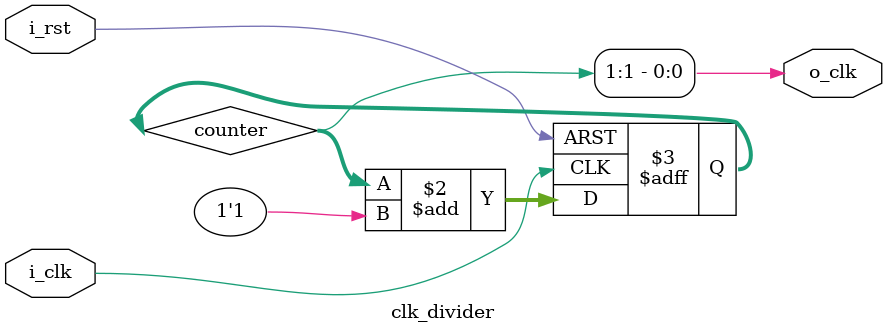
<source format=v>
module clk_divider
#( parameter DIVIDER_CNT_WIDTH = 2 )
( input  i_clk,
  input  i_rst,
  output o_clk );
//Fout = Fin / 2 ** DIVIDER_CNT_WIDTH
reg [DIVIDER_CNT_WIDTH - 1:0] counter;
assign o_clk = counter[DIVIDER_CNT_WIDTH - 1];
always @( posedge i_clk or posedge i_rst ) begin
  if( i_rst )
    counter <= {DIVIDER_CNT_WIDTH{1'b0}};
  else
    counter <= counter + 1'b1;
end
endmodule

</source>
